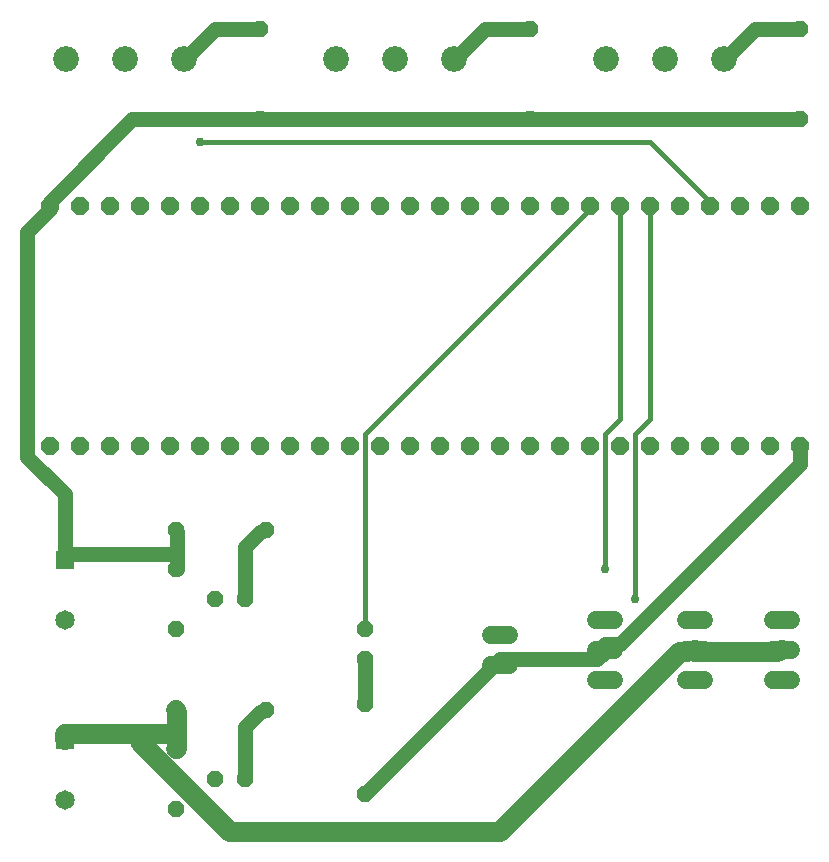
<source format=gbr>
G04 EAGLE Gerber RS-274X export*
G75*
%MOMM*%
%FSLAX34Y34*%
%LPD*%
%INTop Copper*%
%IPPOS*%
%AMOC8*
5,1,8,0,0,1.08239X$1,22.5*%
G01*
%ADD10C,1.524000*%
%ADD11P,1.429621X8X112.500000*%
%ADD12R,1.650000X1.650000*%
%ADD13C,1.650000*%
%ADD14P,1.429621X8X292.500000*%
%ADD15C,2.184400*%
%ADD16P,1.632244X8X22.500000*%
%ADD17P,1.429621X8X202.500000*%
%ADD18P,1.429621X8X22.500000*%
%ADD19C,1.270000*%
%ADD20C,1.651000*%
%ADD21C,0.381000*%
%ADD22C,0.756400*%


D10*
X363220Y-182880D02*
X347980Y-182880D01*
X347980Y-157480D02*
X363220Y-157480D01*
X363220Y-132080D02*
X347980Y-132080D01*
X424180Y-182880D02*
X439420Y-182880D01*
X439420Y-157480D02*
X424180Y-157480D01*
X424180Y-132080D02*
X439420Y-132080D01*
X497840Y-182880D02*
X513080Y-182880D01*
X513080Y-157480D02*
X497840Y-157480D01*
X497840Y-132080D02*
X513080Y-132080D01*
D11*
X63500Y292100D03*
X63500Y368300D03*
X292100Y292100D03*
X292100Y368300D03*
X520700Y292100D03*
X520700Y368300D03*
D12*
X-101600Y-233680D03*
D13*
X-101600Y-284480D03*
D12*
X-101600Y-81280D03*
D13*
X-101600Y-132080D03*
D14*
X-7620Y-241300D03*
X-7620Y-292100D03*
X-7620Y-88900D03*
X-7620Y-139700D03*
D15*
X-800Y342900D03*
X-50800Y342900D03*
X-100800Y342900D03*
X227800Y342900D03*
X177800Y342900D03*
X127800Y342900D03*
X456400Y342900D03*
X406400Y342900D03*
X356400Y342900D03*
D10*
X274320Y-170180D02*
X259080Y-170180D01*
X259080Y-144780D02*
X274320Y-144780D01*
D16*
X-114300Y218440D03*
X-88900Y218440D03*
X-63500Y218440D03*
X-38100Y218440D03*
X-12700Y218440D03*
X12700Y218440D03*
X38100Y218440D03*
X63500Y218440D03*
X88900Y218440D03*
X114300Y218440D03*
X139700Y218440D03*
X165100Y218440D03*
X190500Y218440D03*
X215900Y218440D03*
X241300Y218440D03*
X266700Y218440D03*
X292100Y218440D03*
X317500Y218440D03*
X342900Y218440D03*
X368300Y218440D03*
X393700Y218440D03*
X419100Y218440D03*
X444500Y218440D03*
X469900Y218440D03*
X495300Y218440D03*
X520700Y218440D03*
X-114300Y15240D03*
X-88900Y15240D03*
X-63500Y15240D03*
X-38100Y15240D03*
X-12700Y15240D03*
X12700Y15240D03*
X38100Y15240D03*
X63500Y15240D03*
X88900Y15240D03*
X114300Y15240D03*
X139700Y15240D03*
X165100Y15240D03*
X190500Y15240D03*
X215900Y15240D03*
X241300Y15240D03*
X266700Y15240D03*
X292100Y15240D03*
X317500Y15240D03*
X342900Y15240D03*
X368300Y15240D03*
X393700Y15240D03*
X419100Y15240D03*
X444500Y15240D03*
X469900Y15240D03*
X495300Y15240D03*
X520700Y15240D03*
D17*
X68580Y-208280D03*
X-7620Y-208280D03*
D18*
X-7620Y-55880D03*
X68580Y-55880D03*
D17*
X50800Y-266700D03*
X25400Y-266700D03*
X50800Y-114300D03*
X25400Y-114300D03*
D11*
X152400Y-165100D03*
X152400Y-139700D03*
X152400Y-279400D03*
X152400Y-203200D03*
D19*
X63500Y368300D02*
X25400Y368300D01*
X0Y342900D01*
X-800Y342900D01*
X254000Y368300D02*
X292100Y368300D01*
X254000Y368300D02*
X228600Y342900D01*
X227800Y342900D01*
X482600Y368300D02*
X520700Y368300D01*
X482600Y368300D02*
X457200Y342900D01*
X456400Y342900D01*
X266700Y-165100D02*
X152400Y-279400D01*
X520700Y0D02*
X520700Y15240D01*
X520700Y0D02*
X368300Y-152400D01*
X355600Y-152400D01*
X355600Y-157480D01*
X349250Y-165100D02*
X266700Y-165100D01*
X349250Y-165100D02*
X355600Y-158750D01*
X266700Y-165100D02*
X266700Y-170180D01*
X355600Y-158750D02*
X355600Y-157480D01*
X-6350Y-76200D02*
X-6350Y-57150D01*
X-6350Y-76200D02*
X-6350Y-88900D01*
X-7620Y-88900D01*
X-6350Y-57150D02*
X-7620Y-55880D01*
X-6350Y-76200D02*
X-101600Y-76200D01*
X63500Y292100D02*
X292100Y292100D01*
X520700Y292100D01*
X-44450Y292100D02*
X-114300Y222250D01*
X-44450Y292100D02*
X63500Y292100D01*
X-114300Y222250D02*
X-114300Y218440D01*
X-101600Y-25400D02*
X-101600Y-76200D01*
X-101600Y-25400D02*
X-133350Y6350D01*
X-133350Y196850D01*
X-114300Y215900D01*
X-101600Y-76200D02*
X-101600Y-81280D01*
X-114300Y215900D02*
X-114300Y218440D01*
D20*
X431800Y-158750D02*
X501650Y-158750D01*
X431800Y-158750D02*
X431800Y-157480D01*
X501650Y-158750D02*
X505460Y-157480D01*
X-6350Y-209550D02*
X-6350Y-228600D01*
X-6350Y-241300D01*
X-7620Y-241300D01*
X-6350Y-209550D02*
X-7620Y-208280D01*
X-6350Y-228600D02*
X-38100Y-228600D01*
X-101600Y-228600D01*
X-101600Y-233680D01*
X419100Y-158750D02*
X425450Y-158750D01*
X419100Y-158750D02*
X266700Y-311150D01*
X38100Y-311150D01*
X-38100Y-234950D01*
X425450Y-158750D02*
X431800Y-157480D01*
X-38100Y-228600D02*
X-38100Y-234950D01*
D21*
X444500Y222250D02*
X393700Y273050D01*
X12700Y273050D01*
X444500Y222250D02*
X444500Y218440D01*
D22*
X12700Y273050D03*
D21*
X393700Y218440D02*
X393700Y38100D01*
X381000Y25400D01*
X381000Y-114300D01*
D22*
X381000Y-114300D03*
D21*
X368300Y38100D02*
X368300Y218440D01*
X368300Y38100D02*
X355600Y25400D01*
X355600Y-88900D01*
D22*
X355600Y-88900D03*
D19*
X50800Y-222250D02*
X50800Y-266700D01*
X50800Y-222250D02*
X63500Y-209550D01*
X68580Y-208280D01*
X50800Y-114300D02*
X50800Y-69850D01*
X63500Y-57150D01*
X68580Y-55880D01*
D21*
X152400Y25400D02*
X152400Y-139700D01*
X152400Y25400D02*
X342900Y215900D01*
X342900Y218440D01*
D19*
X152400Y-165100D02*
X152400Y-203200D01*
M02*

</source>
